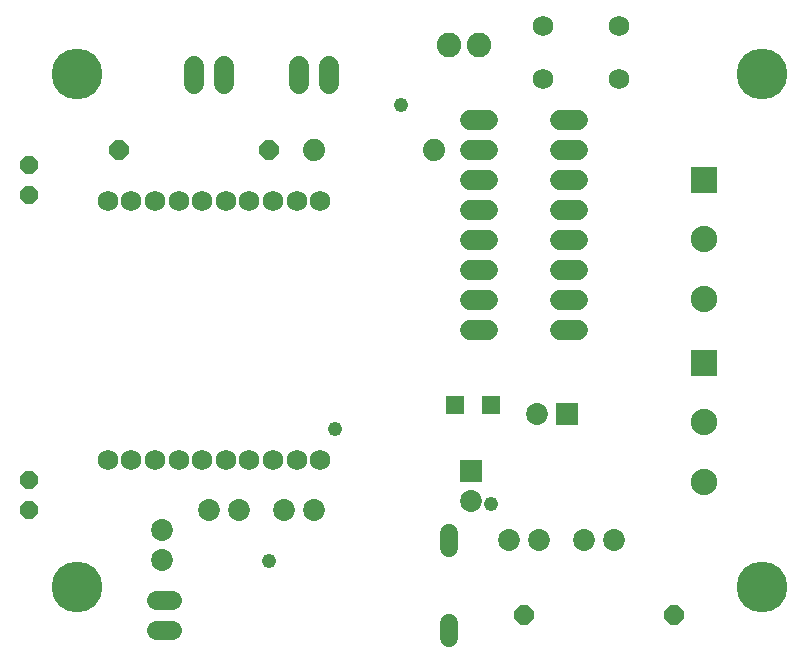
<source format=gbs>
G75*
G70*
%OFA0B0*%
%FSLAX24Y24*%
%IPPOS*%
%LPD*%
%AMOC8*
5,1,8,0,0,1.08239X$1,22.5*
%
%ADD10C,0.0680*%
%ADD11R,0.0730X0.0730*%
%ADD12C,0.0730*%
%ADD13C,0.0600*%
%ADD14C,0.0820*%
%ADD15OC8,0.0600*%
%ADD16OC8,0.0640*%
%ADD17C,0.0640*%
%ADD18R,0.0880X0.0880*%
%ADD19C,0.0880*%
%ADD20C,0.0740*%
%ADD21R,0.0595X0.0595*%
%ADD22C,0.1694*%
%ADD23C,0.0662*%
%ADD24C,0.0674*%
%ADD25C,0.0480*%
D10*
X003727Y006770D03*
X004514Y006770D03*
X005302Y006770D03*
X006089Y006770D03*
X006876Y006770D03*
X007664Y006770D03*
X008451Y006770D03*
X009239Y006770D03*
X010026Y006770D03*
X010813Y006770D03*
X010813Y015431D03*
X010026Y015431D03*
X009239Y015431D03*
X008451Y015431D03*
X007664Y015431D03*
X006876Y015431D03*
X006089Y015431D03*
X005302Y015431D03*
X004514Y015431D03*
X003727Y015431D03*
X018222Y019475D03*
X018222Y021255D03*
X020782Y021255D03*
X020782Y019475D03*
D11*
X019051Y008301D03*
X015851Y006401D03*
D12*
X015851Y005401D03*
X017101Y004101D03*
X018101Y004101D03*
X019601Y004101D03*
X020601Y004101D03*
X018051Y008301D03*
X010601Y005101D03*
X009601Y005101D03*
X008101Y005101D03*
X007101Y005101D03*
X005551Y004451D03*
X005551Y003451D03*
D13*
X015101Y003841D02*
X015101Y004361D01*
X015101Y001361D02*
X015101Y000841D01*
D14*
X015101Y020601D03*
X016101Y020601D03*
D15*
X001101Y016601D03*
X001101Y015601D03*
X001101Y006101D03*
X001101Y005101D03*
D16*
X004101Y017101D03*
X009101Y017101D03*
X017601Y001601D03*
X022601Y001601D03*
D17*
X005881Y001101D02*
X005321Y001101D01*
X005321Y002101D02*
X005881Y002101D01*
D18*
X023601Y010001D03*
X023601Y016101D03*
D19*
X023601Y014132D03*
X023601Y012164D03*
X023601Y008032D03*
X023601Y006064D03*
D20*
X014601Y017101D03*
X010601Y017101D03*
D21*
X015301Y008601D03*
X016501Y008601D03*
D22*
X002701Y002551D03*
X002701Y019651D03*
X025551Y019651D03*
X025551Y002551D03*
D23*
X019392Y011101D02*
X018810Y011101D01*
X018810Y012101D02*
X019392Y012101D01*
X019392Y013101D02*
X018810Y013101D01*
X018810Y014101D02*
X019392Y014101D01*
X019392Y015101D02*
X018810Y015101D01*
X018810Y016101D02*
X019392Y016101D01*
X019392Y017101D02*
X018810Y017101D01*
X018810Y018101D02*
X019392Y018101D01*
X016392Y018101D02*
X015810Y018101D01*
X015810Y017101D02*
X016392Y017101D01*
X016392Y016101D02*
X015810Y016101D01*
X015810Y015101D02*
X016392Y015101D01*
X016392Y014101D02*
X015810Y014101D01*
X015810Y013101D02*
X016392Y013101D01*
X016392Y012101D02*
X015810Y012101D01*
X015810Y011101D02*
X016392Y011101D01*
D24*
X011101Y019304D02*
X011101Y019898D01*
X010101Y019898D02*
X010101Y019304D01*
X007601Y019304D02*
X007601Y019898D01*
X006601Y019898D02*
X006601Y019304D01*
D25*
X013501Y018601D03*
X011301Y007801D03*
X016501Y005301D03*
X009101Y003401D03*
M02*

</source>
